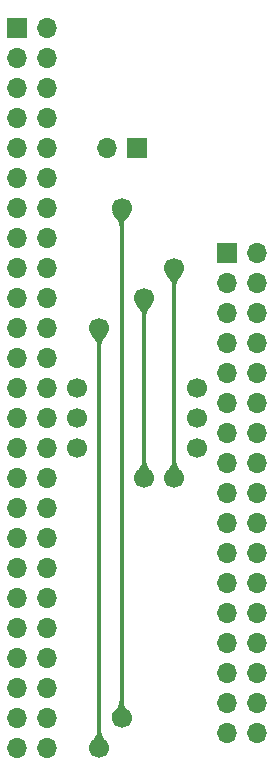
<source format=gbr>
%TF.GenerationSoftware,KiCad,Pcbnew,7.0.7-7.0.7~ubuntu22.04.1*%
%TF.CreationDate,2023-09-16T18:52:32-04:00*%
%TF.ProjectId,fd50to34,66643530-746f-4333-942e-6b696361645f,rev?*%
%TF.SameCoordinates,Original*%
%TF.FileFunction,Copper,L1,Top*%
%TF.FilePolarity,Positive*%
%FSLAX46Y46*%
G04 Gerber Fmt 4.6, Leading zero omitted, Abs format (unit mm)*
G04 Created by KiCad (PCBNEW 7.0.7-7.0.7~ubuntu22.04.1) date 2023-09-16 18:52:32*
%MOMM*%
%LPD*%
G01*
G04 APERTURE LIST*
%TA.AperFunction,ComponentPad*%
%ADD10R,1.700000X1.700000*%
%TD*%
%TA.AperFunction,ComponentPad*%
%ADD11O,1.700000X1.700000*%
%TD*%
%TA.AperFunction,ViaPad*%
%ADD12C,1.700000*%
%TD*%
%TA.AperFunction,Conductor*%
%ADD13C,0.350000*%
%TD*%
G04 APERTURE END LIST*
D10*
%TO.P,J1,1,GND*%
%TO.N,GND*%
X0Y0D03*
D11*
%TO.P,J1,2,/~{REDWC}*%
%TO.N,unconnected-(J1-{slash}~{REDWC}-Pad2)*%
X2540000Y0D03*
%TO.P,J1,3,GND*%
%TO.N,GND*%
X0Y-2540000D03*
%TO.P,J1,4,~{MTROFF0}*%
%TO.N,unconnected-(J1-~{MTROFF0}-Pad4)*%
X2540000Y-2540000D03*
%TO.P,J1,5,GND*%
%TO.N,GND*%
X0Y-5080000D03*
%TO.P,J1,6,~{MTROFF1}*%
%TO.N,unconnected-(J1-~{MTROFF1}-Pad6)*%
X2540000Y-5080000D03*
%TO.P,J1,7,GND*%
%TO.N,GND*%
X0Y-7620000D03*
%TO.P,J1,8,~{MTROFF2}*%
%TO.N,unconnected-(J1-~{MTROFF2}-Pad8)*%
X2540000Y-7620000D03*
%TO.P,J1,9,GND*%
%TO.N,GND*%
X0Y-10160000D03*
%TO.P,J1,10,~{FD2S}*%
%TO.N,Net-(J1-~{FD2S})*%
X2540000Y-10160000D03*
%TO.P,J1,11,GND*%
%TO.N,GND*%
X0Y-12700000D03*
%TO.P,J1,12,~{DSKCHG}*%
%TO.N,Net-(J1-~{DSKCHG})*%
X2540000Y-12700000D03*
%TO.P,J1,13,GND*%
%TO.N,GND*%
X0Y-15240000D03*
%TO.P,J1,14,~{SIDE1}*%
%TO.N,Net-(J1-~{SIDE1})*%
X2540000Y-15240000D03*
%TO.P,J1,15,GND*%
%TO.N,GND*%
X0Y-17780000D03*
%TO.P,J1,16,~{INUSE}/~{DLOCK}*%
%TO.N,unconnected-(J1-~{INUSE}{slash}~{DLOCK}-Pad16)*%
X2540000Y-17780000D03*
%TO.P,J1,17,GND*%
%TO.N,GND*%
X0Y-20320000D03*
%TO.P,J1,18,~{HLD}*%
%TO.N,Net-(J1-~{HLD})*%
X2540000Y-20320000D03*
%TO.P,J1,19,GND*%
%TO.N,GND*%
X0Y-22860000D03*
%TO.P,J1,20,~{INDEX}*%
%TO.N,Net-(J1-~{INDEX})*%
X2540000Y-22860000D03*
%TO.P,J1,21,GND*%
%TO.N,GND*%
X0Y-25400000D03*
%TO.P,J1,22,~{READY}*%
%TO.N,Net-(J1-~{READY})*%
X2540000Y-25400000D03*
%TO.P,J1,23,GND*%
%TO.N,GND*%
X0Y-27940000D03*
%TO.P,J1,24,~{SECTOR}/~{MTROFF3}*%
%TO.N,unconnected-(J1-~{SECTOR}{slash}~{MTROFF3}-Pad24)*%
X2540000Y-27940000D03*
%TO.P,J1,25,GND*%
%TO.N,GND*%
X0Y-30480000D03*
%TO.P,J1,26,~{DS0}*%
%TO.N,Net-(J1-~{DS0})*%
X2540000Y-30480000D03*
%TO.P,J1,27,GND*%
%TO.N,GND*%
X0Y-33020000D03*
%TO.P,J1,28,~{DS1}*%
%TO.N,Net-(J1-~{DS1})*%
X2540000Y-33020000D03*
%TO.P,J1,29,GND*%
%TO.N,GND*%
X0Y-35560000D03*
%TO.P,J1,30,~{DS2}*%
%TO.N,Net-(J1-~{DS2})*%
X2540000Y-35560000D03*
%TO.P,J1,31,GND*%
%TO.N,GND*%
X0Y-38100000D03*
%TO.P,J1,32,~{DS3}*%
%TO.N,Net-(J1-~{DS3})*%
X2540000Y-38100000D03*
%TO.P,J1,33,GND*%
%TO.N,GND*%
X0Y-40640000D03*
%TO.P,J1,34,~{DIR}*%
%TO.N,Net-(J1-~{DIR})*%
X2540000Y-40640000D03*
%TO.P,J1,35,GND*%
%TO.N,GND*%
X0Y-43180000D03*
%TO.P,J1,36,~{STEP}*%
%TO.N,Net-(J1-~{STEP})*%
X2540000Y-43180000D03*
%TO.P,J1,37,GND*%
%TO.N,GND*%
X0Y-45720000D03*
%TO.P,J1,38,~{WDATA}*%
%TO.N,Net-(J1-~{WDATA})*%
X2540000Y-45720000D03*
%TO.P,J1,39,GND*%
%TO.N,GND*%
X0Y-48260000D03*
%TO.P,J1,40,~{WGATE}*%
%TO.N,Net-(J1-~{WGATE})*%
X2540000Y-48260000D03*
%TO.P,J1,41,GND*%
%TO.N,GND*%
X0Y-50800000D03*
%TO.P,J1,42,~{TRK00}*%
%TO.N,Net-(J1-~{TRK00})*%
X2540000Y-50800000D03*
%TO.P,J1,43,GND*%
%TO.N,GND*%
X0Y-53340000D03*
%TO.P,J1,44,~{WPT}*%
%TO.N,Net-(J1-~{WPT})*%
X2540000Y-53340000D03*
%TO.P,J1,45,GND*%
%TO.N,GND*%
X0Y-55880000D03*
%TO.P,J1,46,~{RDATA}*%
%TO.N,Net-(J1-~{RDATA})*%
X2540000Y-55880000D03*
%TO.P,J1,47,GND*%
%TO.N,GND*%
X0Y-58420000D03*
%TO.P,J1,48,~{SEPDATA}*%
%TO.N,unconnected-(J1-~{SEPDATA}-Pad48)*%
X2540000Y-58420000D03*
%TO.P,J1,49,GND*%
%TO.N,GND*%
X0Y-60960000D03*
%TO.P,J1,50,~{SEPCLOCK}*%
%TO.N,unconnected-(J1-~{SEPCLOCK}-Pad50)*%
X2540000Y-60960000D03*
%TD*%
D10*
%TO.P,J2,1,GND*%
%TO.N,GND*%
X17780000Y-19050000D03*
D11*
%TO.P,J2,2,~{DCD}/~{REDWC}*%
%TO.N,Net-(J1-~{DSKCHG})*%
X20320000Y-19050000D03*
%TO.P,J2,3,GND*%
%TO.N,GND*%
X17780000Y-21590000D03*
%TO.P,J2,4,~{INUSE}*%
%TO.N,unconnected-(J2-~{INUSE}-Pad4)*%
X20320000Y-21590000D03*
%TO.P,J2,5,GND*%
%TO.N,GND*%
X17780000Y-24130000D03*
%TO.P,J2,6,~{DS3}*%
%TO.N,Net-(J1-~{DS3})*%
X20320000Y-24130000D03*
%TO.P,J2,7,GND*%
%TO.N,GND*%
X17780000Y-26670000D03*
%TO.P,J2,8,~{INDEX}*%
%TO.N,Net-(J1-~{INDEX})*%
X20320000Y-26670000D03*
%TO.P,J2,9,GND*%
%TO.N,GND*%
X17780000Y-29210000D03*
%TO.P,J2,10,~{DS0}/~{MOTEA}*%
%TO.N,Net-(J1-~{DS0})*%
X20320000Y-29210000D03*
%TO.P,J2,11,GND*%
%TO.N,GND*%
X17780000Y-31750000D03*
%TO.P,J2,12,~{DS1}/~{DRVSB}*%
%TO.N,Net-(J1-~{DS1})*%
X20320000Y-31750000D03*
%TO.P,J2,13,GND*%
%TO.N,GND*%
X17780000Y-34290000D03*
%TO.P,J2,14,~{DS2}/~{DRVSA}*%
%TO.N,Net-(J1-~{DS2})*%
X20320000Y-34290000D03*
%TO.P,J2,15,GND*%
%TO.N,GND*%
X17780000Y-36830000D03*
%TO.P,J2,16,~{MTRON}/~{MOTEB}*%
%TO.N,Net-(J1-~{HLD})*%
X20320000Y-36830000D03*
%TO.P,J2,17,GND*%
%TO.N,GND*%
X17780000Y-39370000D03*
%TO.P,J2,18,~{DIR}*%
%TO.N,Net-(J1-~{DIR})*%
X20320000Y-39370000D03*
%TO.P,J2,19,GND*%
%TO.N,GND*%
X17780000Y-41910000D03*
%TO.P,J2,20,~{STEP}*%
%TO.N,Net-(J1-~{STEP})*%
X20320000Y-41910000D03*
%TO.P,J2,21,GND*%
%TO.N,GND*%
X17780000Y-44450000D03*
%TO.P,J2,22,~{WDATA}*%
%TO.N,Net-(J1-~{WDATA})*%
X20320000Y-44450000D03*
%TO.P,J2,23,GND*%
%TO.N,GND*%
X17780000Y-46990000D03*
%TO.P,J2,24,~{WGATE}*%
%TO.N,Net-(J1-~{WGATE})*%
X20320000Y-46990000D03*
%TO.P,J2,25,GND*%
%TO.N,GND*%
X17780000Y-49530000D03*
%TO.P,J2,26,~{TRK00}*%
%TO.N,Net-(J1-~{TRK00})*%
X20320000Y-49530000D03*
%TO.P,J2,27,GND*%
%TO.N,GND*%
X17780000Y-52070000D03*
%TO.P,J2,28,~{WPT}*%
%TO.N,Net-(J1-~{WPT})*%
X20320000Y-52070000D03*
%TO.P,J2,29,GND*%
%TO.N,GND*%
X17780000Y-54610000D03*
%TO.P,J2,30,~{RDATA}*%
%TO.N,Net-(J1-~{RDATA})*%
X20320000Y-54610000D03*
%TO.P,J2,31,GND*%
%TO.N,GND*%
X17780000Y-57150000D03*
%TO.P,J2,32,~{SIDE1}*%
%TO.N,Net-(J1-~{SIDE1})*%
X20320000Y-57150000D03*
%TO.P,J2,33,GND*%
%TO.N,GND*%
X17780000Y-59690000D03*
%TO.P,J2,34,~{RDY}/~{DSKCHG}*%
%TO.N,Net-(J1-~{READY})*%
X20320000Y-59690000D03*
%TD*%
D10*
%TO.P,J3,1,Pin_1*%
%TO.N,GND*%
X10160000Y-10160000D03*
D11*
%TO.P,J3,2,Pin_2*%
%TO.N,Net-(J1-~{FD2S})*%
X7620000Y-10160000D03*
%TD*%
D12*
%TO.N,Net-(J1-~{SIDE1})*%
X8890000Y-58420000D03*
X8890000Y-15240000D03*
%TO.N,Net-(J1-~{HLD})*%
X13335000Y-38100000D03*
X13335000Y-20320000D03*
%TO.N,Net-(J1-~{READY})*%
X6985000Y-25400000D03*
X6985000Y-60960000D03*
%TO.N,Net-(J1-~{DS0})*%
X5080000Y-30480000D03*
X15240000Y-30480000D03*
%TO.N,Net-(J1-~{DS1})*%
X5080000Y-33020000D03*
X15240000Y-33020000D03*
%TO.N,Net-(J1-~{DS2})*%
X5080000Y-35560000D03*
X15240000Y-35560000D03*
%TO.N,Net-(J1-~{DS3})*%
X10795000Y-22860000D03*
X10795000Y-38100000D03*
%TD*%
D13*
%TO.N,Net-(J1-~{SIDE1})*%
X8890000Y-15240000D02*
X8890000Y-58420000D01*
%TO.N,Net-(J1-~{HLD})*%
X13335000Y-38100000D02*
X13335000Y-20320000D01*
%TO.N,Net-(J1-~{READY})*%
X6985000Y-60960000D02*
X6985000Y-25400000D01*
%TO.N,Net-(J1-~{DS3})*%
X10795000Y-22860000D02*
X10795000Y-38100000D01*
%TD*%
%TA.AperFunction,Conductor*%
%TO.N,Net-(J1-~{READY})*%
G36*
X7157884Y-59433427D02*
G01*
X7161229Y-59440317D01*
X7198663Y-59754690D01*
X7198663Y-59754691D01*
X7198664Y-59754694D01*
X7300404Y-59966098D01*
X7300405Y-59966099D01*
X7300406Y-59966101D01*
X7443842Y-60135627D01*
X7606887Y-60333829D01*
X7608136Y-60335685D01*
X7764113Y-60623314D01*
X7765044Y-60632220D01*
X7759405Y-60639176D01*
X7758317Y-60639696D01*
X6989489Y-60959134D01*
X6980534Y-60959143D01*
X6980511Y-60959134D01*
X6211682Y-60639696D01*
X6205357Y-60633357D01*
X6205366Y-60624402D01*
X6205880Y-60623325D01*
X6361867Y-60335676D01*
X6363104Y-60333838D01*
X6526157Y-60135627D01*
X6669595Y-59966098D01*
X6771335Y-59754694D01*
X6808771Y-59440316D01*
X6813152Y-59432507D01*
X6820389Y-59430000D01*
X7149611Y-59430000D01*
X7157884Y-59433427D01*
G37*
%TD.AperFunction*%
%TD*%
%TA.AperFunction,Conductor*%
%TO.N,Net-(J1-~{READY})*%
G36*
X6989488Y-25400865D02*
G01*
X7758317Y-25720303D01*
X7764642Y-25726642D01*
X7764633Y-25735597D01*
X7764113Y-25736685D01*
X7608136Y-26024313D01*
X7606887Y-26026169D01*
X7443842Y-26224372D01*
X7300406Y-26393896D01*
X7198663Y-26605307D01*
X7161229Y-26919683D01*
X7156848Y-26927493D01*
X7149611Y-26930000D01*
X6820389Y-26930000D01*
X6812116Y-26926573D01*
X6808771Y-26919683D01*
X6771335Y-26605307D01*
X6771335Y-26605304D01*
X6669595Y-26393900D01*
X6526157Y-26224372D01*
X6363108Y-26026165D01*
X6361865Y-26024317D01*
X6205885Y-25736684D01*
X6204955Y-25727779D01*
X6210594Y-25720823D01*
X6211674Y-25720306D01*
X6980511Y-25400864D01*
X6989465Y-25400856D01*
X6989488Y-25400865D01*
G37*
%TD.AperFunction*%
%TD*%
%TA.AperFunction,Conductor*%
%TO.N,Net-(J1-~{DS3})*%
G36*
X10967884Y-36573427D02*
G01*
X10971229Y-36580317D01*
X11008663Y-36894690D01*
X11008663Y-36894691D01*
X11008664Y-36894694D01*
X11110404Y-37106098D01*
X11110405Y-37106099D01*
X11110406Y-37106101D01*
X11253842Y-37275627D01*
X11416887Y-37473829D01*
X11418136Y-37475685D01*
X11574113Y-37763314D01*
X11575044Y-37772220D01*
X11569405Y-37779176D01*
X11568317Y-37779696D01*
X10799489Y-38099134D01*
X10790534Y-38099143D01*
X10790511Y-38099134D01*
X10021682Y-37779696D01*
X10015357Y-37773357D01*
X10015366Y-37764402D01*
X10015880Y-37763325D01*
X10171867Y-37475676D01*
X10173104Y-37473838D01*
X10336157Y-37275627D01*
X10479595Y-37106098D01*
X10581335Y-36894694D01*
X10618771Y-36580316D01*
X10623152Y-36572507D01*
X10630389Y-36570000D01*
X10959611Y-36570000D01*
X10967884Y-36573427D01*
G37*
%TD.AperFunction*%
%TD*%
%TA.AperFunction,Conductor*%
%TO.N,Net-(J1-~{DS3})*%
G36*
X10799488Y-22860865D02*
G01*
X11568317Y-23180303D01*
X11574642Y-23186642D01*
X11574633Y-23195597D01*
X11574113Y-23196685D01*
X11418136Y-23484313D01*
X11416887Y-23486169D01*
X11253842Y-23684372D01*
X11110406Y-23853896D01*
X11008663Y-24065307D01*
X10971229Y-24379683D01*
X10966848Y-24387493D01*
X10959611Y-24390000D01*
X10630389Y-24390000D01*
X10622116Y-24386573D01*
X10618771Y-24379683D01*
X10581335Y-24065307D01*
X10581335Y-24065304D01*
X10479595Y-23853900D01*
X10336157Y-23684372D01*
X10173108Y-23486165D01*
X10171865Y-23484317D01*
X10015885Y-23196684D01*
X10014955Y-23187779D01*
X10020594Y-23180823D01*
X10021674Y-23180306D01*
X10790511Y-22860864D01*
X10799465Y-22860856D01*
X10799488Y-22860865D01*
G37*
%TD.AperFunction*%
%TD*%
%TA.AperFunction,Conductor*%
%TO.N,Net-(J1-~{HLD})*%
G36*
X13339489Y-20320865D02*
G01*
X14108317Y-20640303D01*
X14114642Y-20646642D01*
X14114633Y-20655597D01*
X14114113Y-20656685D01*
X13958136Y-20944313D01*
X13956887Y-20946169D01*
X13793842Y-21144372D01*
X13650406Y-21313896D01*
X13548663Y-21525307D01*
X13511229Y-21839683D01*
X13506848Y-21847493D01*
X13499611Y-21850000D01*
X13170389Y-21850000D01*
X13162116Y-21846573D01*
X13158771Y-21839683D01*
X13121335Y-21525307D01*
X13121335Y-21525304D01*
X13019595Y-21313900D01*
X12876157Y-21144372D01*
X12713108Y-20946165D01*
X12711865Y-20944317D01*
X12555885Y-20656684D01*
X12554955Y-20647779D01*
X12560594Y-20640823D01*
X12561674Y-20640306D01*
X13330511Y-20320864D01*
X13339466Y-20320856D01*
X13339489Y-20320865D01*
G37*
%TD.AperFunction*%
%TD*%
%TA.AperFunction,Conductor*%
%TO.N,Net-(J1-~{SIDE1})*%
G36*
X9062884Y-56893427D02*
G01*
X9066229Y-56900317D01*
X9103663Y-57214690D01*
X9103663Y-57214691D01*
X9103664Y-57214694D01*
X9205404Y-57426098D01*
X9205405Y-57426099D01*
X9205406Y-57426101D01*
X9348842Y-57595627D01*
X9511887Y-57793829D01*
X9513136Y-57795685D01*
X9669113Y-58083314D01*
X9670044Y-58092220D01*
X9664405Y-58099176D01*
X9663317Y-58099696D01*
X8894489Y-58419134D01*
X8885534Y-58419143D01*
X8885511Y-58419134D01*
X8116682Y-58099696D01*
X8110357Y-58093357D01*
X8110366Y-58084402D01*
X8110880Y-58083325D01*
X8266867Y-57795676D01*
X8268104Y-57793838D01*
X8431157Y-57595627D01*
X8574595Y-57426098D01*
X8676335Y-57214694D01*
X8713771Y-56900316D01*
X8718152Y-56892507D01*
X8725389Y-56890000D01*
X9054611Y-56890000D01*
X9062884Y-56893427D01*
G37*
%TD.AperFunction*%
%TD*%
%TA.AperFunction,Conductor*%
%TO.N,Net-(J1-~{HLD})*%
G36*
X13507884Y-36573427D02*
G01*
X13511229Y-36580317D01*
X13548663Y-36894690D01*
X13548663Y-36894691D01*
X13548664Y-36894694D01*
X13650404Y-37106098D01*
X13650405Y-37106099D01*
X13650406Y-37106101D01*
X13793842Y-37275627D01*
X13956887Y-37473829D01*
X13958136Y-37475685D01*
X14114113Y-37763314D01*
X14115044Y-37772220D01*
X14109405Y-37779176D01*
X14108317Y-37779696D01*
X13339489Y-38099134D01*
X13330534Y-38099143D01*
X13330511Y-38099134D01*
X12561682Y-37779696D01*
X12555357Y-37773357D01*
X12555366Y-37764402D01*
X12555880Y-37763325D01*
X12711867Y-37475676D01*
X12713104Y-37473838D01*
X12876157Y-37275627D01*
X13019595Y-37106098D01*
X13121335Y-36894694D01*
X13158771Y-36580316D01*
X13163152Y-36572507D01*
X13170389Y-36570000D01*
X13499611Y-36570000D01*
X13507884Y-36573427D01*
G37*
%TD.AperFunction*%
%TD*%
%TA.AperFunction,Conductor*%
%TO.N,Net-(J1-~{SIDE1})*%
G36*
X8894489Y-15240865D02*
G01*
X9663317Y-15560303D01*
X9669642Y-15566642D01*
X9669633Y-15575597D01*
X9669113Y-15576685D01*
X9513136Y-15864313D01*
X9511887Y-15866169D01*
X9348842Y-16064372D01*
X9205406Y-16233896D01*
X9103663Y-16445307D01*
X9066229Y-16759683D01*
X9061848Y-16767493D01*
X9054611Y-16770000D01*
X8725389Y-16770000D01*
X8717116Y-16766573D01*
X8713771Y-16759683D01*
X8676335Y-16445307D01*
X8676335Y-16445304D01*
X8574595Y-16233900D01*
X8431157Y-16064372D01*
X8268108Y-15866165D01*
X8266865Y-15864317D01*
X8110885Y-15576684D01*
X8109955Y-15567779D01*
X8115594Y-15560823D01*
X8116674Y-15560306D01*
X8885511Y-15240864D01*
X8894466Y-15240856D01*
X8894489Y-15240865D01*
G37*
%TD.AperFunction*%
%TD*%
M02*

</source>
